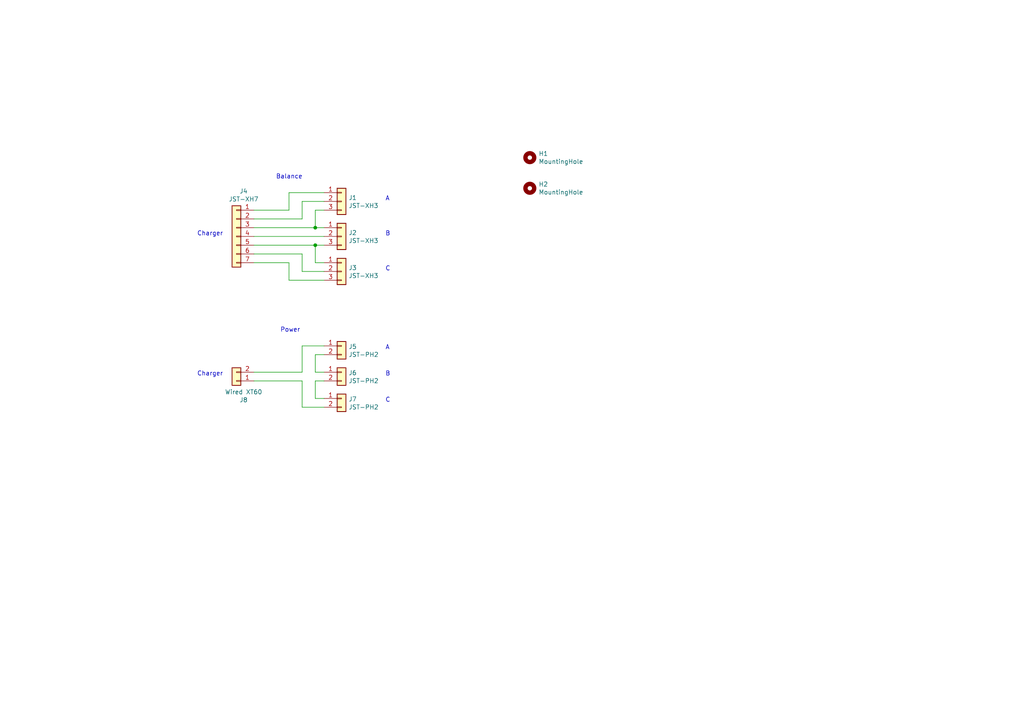
<source format=kicad_sch>
(kicad_sch (version 20211123) (generator eeschema)
  (paper "A4")
  (title_block (title "2S_serial_charging_board") (date "2020-09-06") (rev "1.0") (company "Electro Man"))
  (lib_symbols
    (symbol "Connector_Generic:Conn_01x02" (pin_names (offset 1.016) hide)
      (property "Reference" "J" (at 0 2.54 0))
      (property "Value" "Conn_01x02" (at 0 -5.08 0))
      (symbol "Conn_01x02_1_1"
        (rectangle (start -1.27 -2.413) (end 0 -2.667) (stroke (width 0.1524)))
        (rectangle (start -1.27 0.127) (end 0 -0.127) (stroke (width 0.1524)))
        (rectangle (start -1.27 1.27) (end 1.27 -3.81) (stroke (width 0.254)) (fill (type background)))
        (pin passive line (at -5.08 0 0) (length 3.81) (name "Pin_1") (number "1"))
        (pin passive line (at -5.08 -2.54 0) (length 3.81) (name "Pin_2") (number "2"))
      )
    )
    (symbol "Connector_Generic:Conn_01x03" (pin_names (offset 1.016) hide)
      (property "Reference" "J" (at 0 5.08 0))
      (property "Value" "Conn_01x03" (at 0 -5.08 0))
      (symbol "Conn_01x03_1_1"
        (rectangle (start -1.27 -2.413) (end 0 -2.667) (stroke (width 0.1524)))
        (rectangle (start -1.27 0.127) (end 0 -0.127) (stroke (width 0.1524)))
        (rectangle (start -1.27 2.667) (end 0 2.413) (stroke (width 0.1524)))
        (rectangle (start -1.27 3.81) (end 1.27 -3.81) (stroke (width 0.254)) (fill (type background)))
        (pin passive line (at -5.08 2.54 0) (length 3.81) (name "Pin_1") (number "1"))
        (pin passive line (at -5.08 0 0) (length 3.81) (name "Pin_2") (number "2"))
        (pin passive line (at -5.08 -2.54 0) (length 3.81) (name "Pin_3") (number "3"))
      )
    )
    (symbol "Connector_Generic:Conn_01x07" (pin_names (offset 1.016) hide)
      (property "Reference" "J" (at 0 10.16 0))
      (property "Value" "Conn_01x07" (at 0 -10.16 0))
      (symbol "Conn_01x07_1_1"
        (rectangle (start -1.27 -7.493) (end 0 -7.747) (stroke (width 0.1524)))
        (rectangle (start -1.27 -4.953) (end 0 -5.207) (stroke (width 0.1524)))
        (rectangle (start -1.27 -2.413) (end 0 -2.667) (stroke (width 0.1524)))
        (rectangle (start -1.27 0.127) (end 0 -0.127) (stroke (width 0.1524)))
        (rectangle (start -1.27 2.667) (end 0 2.413) (stroke (width 0.1524)))
        (rectangle (start -1.27 5.207) (end 0 4.953) (stroke (width 0.1524)))
        (rectangle (start -1.27 7.747) (end 0 7.493) (stroke (width 0.1524)))
        (rectangle (start -1.27 8.89) (end 1.27 -8.89) (stroke (width 0.254)) (fill (type background)))
        (pin passive line (at -5.08 7.62 0) (length 3.81) (name "Pin_1") (number "1"))
        (pin passive line (at -5.08 5.08 0) (length 3.81) (name "Pin_2") (number "2"))
        (pin passive line (at -5.08 2.54 0) (length 3.81) (name "Pin_3") (number "3"))
        (pin passive line (at -5.08 0 0) (length 3.81) (name "Pin_4") (number "4"))
        (pin passive line (at -5.08 -2.54 0) (length 3.81) (name "Pin_5") (number "5"))
        (pin passive line (at -5.08 -5.08 0) (length 3.81) (name "Pin_6") (number "6"))
        (pin passive line (at -5.08 -7.62 0) (length 3.81) (name "Pin_7") (number "7"))
      )
    )
    (symbol "Mechanical:MountingHole" (pin_names (offset 1.016))
      (property "Reference" "H" (at 0 5.08 0))
      (property "Value" "MountingHole" (at 0 3.175 0))
      (symbol "MountingHole_0_1"
        (circle (center 0 0) (radius 1.27) (stroke (width 1.27)))
      )
    )
  )
  (junction (at 91.44 66.04))
  (junction (at 91.44 71.12))
  (wire (pts (xy 87.63 110.49) (xy 73.66 110.49)))
  (wire (pts (xy 93.98 66.04) (xy 91.44 66.04)))
  (wire (pts (xy 91.44 110.49) (xy 91.44 115.57)))
  (wire (pts (xy 91.44 115.57) (xy 93.98 115.57)))
  (wire (pts (xy 93.98 55.88) (xy 83.82 55.88)))
  (wire (pts (xy 91.44 60.96) (xy 91.44 66.04)))
  (wire (pts (xy 93.98 60.96) (xy 91.44 60.96)))
  (wire (pts (xy 91.44 66.04) (xy 73.66 66.04)))
  (wire (pts (xy 93.98 78.74) (xy 87.63 78.74)))
  (wire (pts (xy 73.66 71.12) (xy 91.44 71.12)))
  (wire (pts (xy 87.63 58.42) (xy 93.98 58.42)))
  (wire (pts (xy 91.44 71.12) (xy 93.98 71.12)))
  (wire (pts (xy 87.63 100.33) (xy 87.63 107.95)))
  (wire (pts (xy 87.63 107.95) (xy 73.66 107.95)))
  (wire (pts (xy 91.44 107.95) (xy 93.98 107.95)))
  (wire (pts (xy 83.82 60.96) (xy 73.66 60.96)))
  (wire (pts (xy 91.44 102.87) (xy 91.44 107.95)))
  (wire (pts (xy 91.44 71.12) (xy 91.44 76.2)))
  (wire (pts (xy 83.82 81.28) (xy 93.98 81.28)))
  (wire (pts (xy 93.98 118.11) (xy 87.63 118.11)))
  (wire (pts (xy 87.63 63.5) (xy 87.63 58.42)))
  (wire (pts (xy 83.82 76.2) (xy 83.82 81.28)))
  (wire (pts (xy 83.82 55.88) (xy 83.82 60.96)))
  (wire (pts (xy 93.98 110.49) (xy 91.44 110.49)))
  (wire (pts (xy 73.66 76.2) (xy 83.82 76.2)))
  (wire (pts (xy 91.44 76.2) (xy 93.98 76.2)))
  (wire (pts (xy 93.98 100.33) (xy 87.63 100.33)))
  (wire (pts (xy 87.63 118.11) (xy 87.63 110.49)))
  (wire (pts (xy 87.63 73.66) (xy 73.66 73.66)))
  (wire (pts (xy 87.63 78.74) (xy 87.63 73.66)))
  (wire (pts (xy 73.66 63.5) (xy 87.63 63.5)))
  (wire (pts (xy 93.98 102.87) (xy 91.44 102.87)))
  (wire (pts (xy 73.66 68.58) (xy 93.98 68.58)))
  (text "B" (at 111.76 109.22 0) (effects (font (size 1.27 1.27)) (justify left bottom)))
  (text "Charger" (at 57.15 109.22 0) (effects (font (size 1.27 1.27)) (justify left bottom)))
  (text "Balance" (at 80.01 52.07 0) (effects (font (size 1.27 1.27)) (justify left bottom)))
  (text "B" (at 111.76 68.58 0) (effects (font (size 1.27 1.27)) (justify left bottom)))
  (text "C" (at 111.76 116.84 0) (effects (font (size 1.27 1.27)) (justify left bottom)))
  (text "Charger" (at 57.15 68.58 0) (effects (font (size 1.27 1.27)) (justify left bottom)))
  (text "C" (at 111.76 78.74 0) (effects (font (size 1.27 1.27)) (justify left bottom)))
  (text "A" (at 111.76 58.42 0) (effects (font (size 1.27 1.27)) (justify left bottom)))
  (text "A" (at 111.76 101.6 0) (effects (font (size 1.27 1.27)) (justify left bottom)))
  (text "Power" (at 81.28 96.52 0) (effects (font (size 1.27 1.27)) (justify left bottom)))
  (symbol (lib_id "Connector_Generic:Conn_01x02") (at 68.58 110.49 180) (unit 1)
    (property "Reference" "J8" (at 70.6628 116.0018 0))
    (property "Value" "Wired XT60" (at 70.6628 113.6904 0))
    (property "Footprint" "XT60F_edge:XT60F_edge" (effects hide))
  )
  (symbol (lib_id "Connector_Generic:Conn_01x03") (at 99.06 58.42 0) (unit 1)
    (property "Reference" "J1" (at 101.092 57.3532 0) (effects (justify left)))
    (property "Value" "JST-XH3" (at 101.092 59.6646 0) (effects (justify left)))
    (property "Footprint" "XT60F_edge:JST_XH_B3B-XH-A_1x03_P2.50mm_Vertical" (effects hide))
  )
  (symbol (lib_id "Connector_Generic:Conn_01x07") (at 68.58 68.58 0) (mirror y) (unit 1)
    (property "Reference" "J4" (at 70.6628 55.4482 0))
    (property "Value" "JST-XH7" (at 70.6628 57.7596 0))
    (property "Footprint" "XT60F_edge:JST_XH_B7B-XH-A_1x07_P2.50mm_Vertical" (effects hide))
  )
  (symbol (lib_id "Connector_Generic:Conn_01x03") (at 99.06 68.58 0) (unit 1)
    (property "Reference" "J2" (at 101.092 67.5132 0) (effects (justify left)))
    (property "Value" "JST-XH3" (at 101.092 69.8246 0) (effects (justify left)))
    (property "Footprint" "XT60F_edge:JST_XH_B3B-XH-A_1x03_P2.50mm_Vertical" (effects hide))
  )
  (symbol (lib_id "Connector_Generic:Conn_01x03") (at 99.06 78.74 0) (unit 1)
    (property "Reference" "J3" (at 101.092 77.6732 0) (effects (justify left)))
    (property "Value" "JST-XH3" (at 101.092 79.9846 0) (effects (justify left)))
    (property "Footprint" "XT60F_edge:JST_XH_B3B-XH-A_1x03_P2.50mm_Vertical" (effects hide))
  )
  (symbol (lib_id "Connector_Generic:Conn_01x02") (at 99.06 100.33 0) (unit 1)
    (property "Reference" "J5" (at 101.092 100.5332 0) (effects (justify left)))
    (property "Value" "JST-PH2" (at 101.092 102.8446 0) (effects (justify left)))
    (property "Footprint" "XT60F_edge:JST_PH_B2B-PH-K_1x02_P2.00mm_Vertical" (effects hide))
  )
  (symbol (lib_id "Connector_Generic:Conn_01x02") (at 99.06 107.95 0) (unit 1)
    (property "Reference" "J6" (at 101.092 108.1532 0) (effects (justify left)))
    (property "Value" "JST-PH2" (at 101.092 110.4646 0) (effects (justify left)))
    (property "Footprint" "XT60F_edge:JST_PH_B2B-PH-K_1x02_P2.00mm_Vertical" (effects hide))
  )
  (symbol (lib_id "Connector_Generic:Conn_01x02") (at 99.06 115.57 0) (unit 1)
    (property "Reference" "J7" (at 101.092 115.7732 0) (effects (justify left)))
    (property "Value" "JST-PH2" (at 101.092 118.0846 0) (effects (justify left)))
    (property "Footprint" "XT60F_edge:JST_PH_B2B-PH-K_1x02_P2.00mm_Vertical" (effects hide))
  )
  (symbol (lib_id "Mechanical:MountingHole") (at 153.67 45.72 0) (unit 1)
    (property "Reference" "H1" (at 156.21 44.5516 0) (effects (justify left)))
    (property "Value" "MountingHole" (at 156.21 46.863 0) (effects (justify left)))
    (property "Footprint" "MountingHole:MountingHole_3.2mm_M3" (effects hide))
  )
  (symbol (lib_id "Mechanical:MountingHole") (at 153.67 54.61 0) (unit 1)
    (property "Reference" "H2" (at 156.21 53.4416 0) (effects (justify left)))
    (property "Value" "MountingHole" (at 156.21 55.753 0) (effects (justify left)))
    (property "Footprint" "MountingHole:MountingHole_3.2mm_M3" (effects hide))
  )
)
</source>
